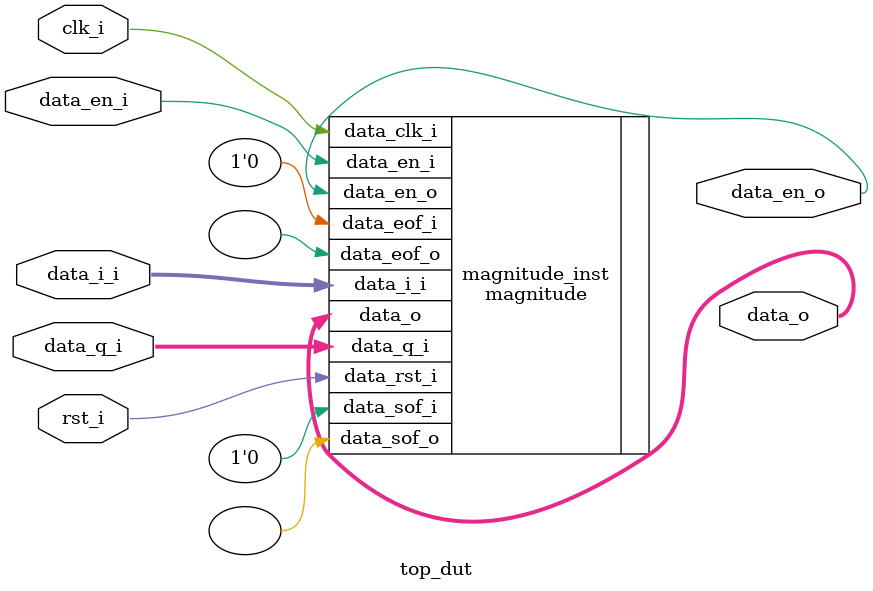
<source format=v>
`timescale 1ns / 100ps

module top_dut (
	input         clk_i,
	input         rst_i,
	input  [15:0] data_i_i,
	input  [15:0] data_q_i,
	input         data_en_i,
	output [32:0] data_o,
	output        data_en_o

);
	magnitude #(.DATA_SIZE(16)
	) magnitude_inst (
        .data_clk_i(clk_i), .data_rst_i(rst_i),
		.data_i_i(data_i_i), .data_q_i(data_q_i), .data_en_i(data_en_i),
		.data_eof_i(1'b0), .data_sof_i(1'b0),
		.data_o(data_o), .data_en_o(data_en_o), .data_eof_o(), .data_sof_o()
	);

`ifdef COCOTB_SIM
	initial begin
		$dumpfile("magnitude_simu_tb.vcd");
		$dumpvars(0, top_dut);
		#1;
   end
`endif
endmodule


</source>
